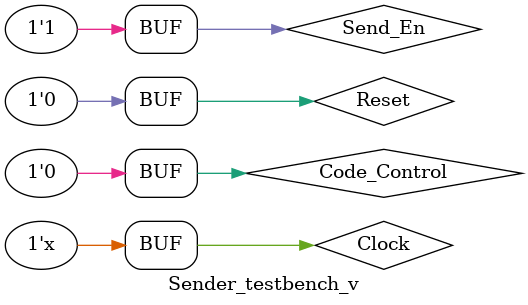
<source format=v>



//-----------------------------------------------------------------------
//	Section:	Defines and Constants
//-----------------------------------------------------------------------
`timescale		1 ns/1 ps		// Display things in ns, compute them in ps
`define HalfCycle	18.518			// Half of the clock cycle time in nanoseconds
`define Cycle		(`HalfCycle * 2)	// Didn't you learn to multiply?
`define ActiveCycles	65536			// Change this to hold the buttons down for longer!
//-----------------------------------------------------------------------

module Sender_testbench_v;

	// Inputs
	reg Clock;
	reg Reset;
	reg Send_En;
	reg Code_Control;

	// Outputs
	wire Dout;
	wire Send_Done;

	//---------------------------------------------------------------
	//	Clock Source
	//		This section will generate a clock signal,
	//		turning it on and off according the HalfCycle
	//		time, in this case it will generate a 27MHz clock
	//		THIS COULD NEVER BE SYNTHESIZED
	//---------------------------------------------------------------
	initial Clock =		1'b0;		// We need to start at 1'b0, otherwise clock will always be 1'bx
	always #(`HalfCycle) Clock =	~Clock;	// Every half clock cycle, invert the clock
	//---------------------------------------------------------------

	// Instantiate the Unit Under Test (UUT)
	Sender uut (
		.Clock(Clock), 
		.Reset(Reset), 
		.Send_En(Send_En), 
		.Code_Control(Code_Control), 
		.Dout(Dout), 
		.Send_Done(Send_Done)
	);

	initial begin
		// Initialize Inputs
		Reset = 0;
		Send_En = 0;
		Code_Control = 0;

		// Wait 100 ns for global reset to finish
		
		//Reset the sender module
		#(`Cycle);
		Reset = 1'b1;
		#(`Cycle);
		Reset = 1'b0;
		#(`Cycle);
		//Set Send_En high for the duration of the test
		Send_En = 1'b1;
		//Let the entire 36 bits cycle out of the shift register twice
		#(`Cycle * 27 * 36 * 2);
		
         
		// Add stimulus here

	end
      
endmodule


</source>
